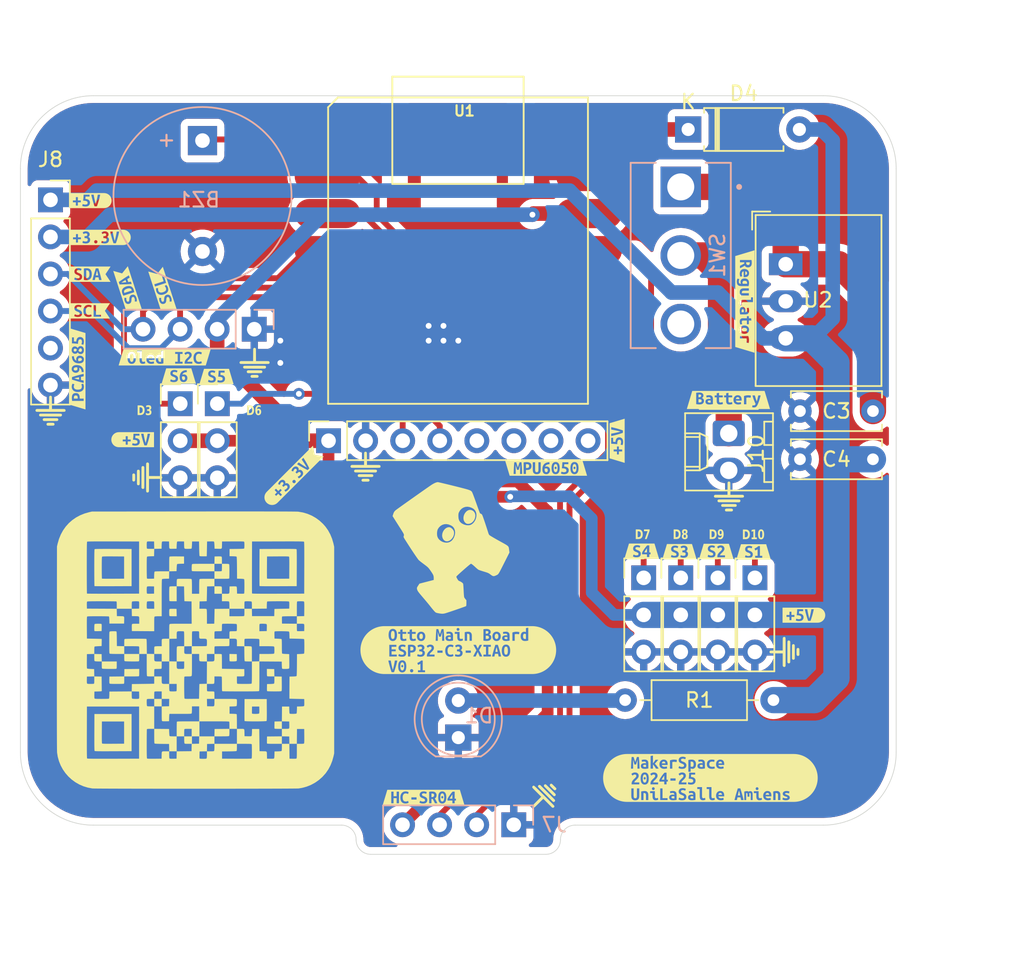
<source format=kicad_pcb>
(kicad_pcb (version 20240108) (generator "pcbnew") (generator_version "8.0")
  (title_block (title "PCB - Otto Lite version") (date "2025-01-21") (rev "1.0") (company "UniLaSalle Amiens - MakerSpace") (comment 1 "Adrien BRACQ & Rémi LACOMBE") (comment 2 "https://makerspace-amiens.fr/otto-mks") (comment 3 "https://github.com/Makerspace-Amiens/otto-mks"))
  (layers (0 "F.Cu" signal "Front") (31 "B.Cu" signal "Back") (34 "B.Paste" user) (35 "F.Paste" user) (36 "B.SilkS" user "B.Silkscreen") (37 "F.SilkS" user "F.Silkscreen") (38 "B.Mask" user) (39 "F.Mask" user) (44 "Edge.Cuts" user))
  (net 0 "")
  (net 1 "GND")
  (net 2 "Net-(D1-A)")
  (net 3 "+5V")
  (net 4 "Buzzer")
  (net 5 "Servo-1")
  (net 6 "Servo-2")
  (net 7 "Servo-3")
  (net 8 "Servo-4")
  (net 9 "Servo-5")
  (net 11 "+3.3V")
  (net 12 "Echo")
  (net 13 "Trig")
  (net 14 "SCL")
  (net 15 "SDA")
  (net 17 "+BATT")
  (net 19 "Net-(J10-Pin_1)")
  (net 20 "Net-(D4-K)")
  (net 24 "Servo-6")
  (footprint "LOGO" (layer "F.Cu") (at 45.488899 90.613801)
    (property "Reference" "G***" (hide yes))
    (property "Value" "LOGO" (hide yes))
  )
  (footprint "LOGO" (layer "F.Cu") (at 95.778346 107.144 90)
    (property "Reference" "G***" (hide yes))
    (property "Value" "LOGO" (hide yes))
  )
  (footprint "kibuzzard-66E45B85" (layer "F.Cu") (at 56.860973 88.261399)
    (property "Reference" "kibuzzard-66E45B85" (hide yes))
    (property "Value" "G***" (hide yes))
  )
  (footprint "kibuzzard-66E45BBF" (layer "F.Cu") (at 48.874136 78.729663)
    (property "Reference" "kibuzzard-66E45BBF" (hide yes))
    (property "Value" "G***" (hide yes))
  )
  (footprint "Connector_PinHeader_2.54mm:PinHeader_1x03_P2.54mm_Vertical" (layer "F.Cu") (at 56.916346 90.126)
    (property "Reference" "J5" (hide yes))
    (property "Value" "Conn_01x03")
    (pad "1" thru_hole rect (at 0 0) (size 1.7 1.7) (drill 1) (layers "*.Cu" "*.Mask") (net 9 "Servo-5"))
    (pad "2" thru_hole oval (at 0 2.54) (size 1.7 1.7) (drill 1) (layers "*.Cu" "*.Mask") (net 3 "+5V"))
    (pad "3" thru_hole oval (at 0 5.08) (size 1.7 1.7) (drill 1) (layers "*.Cu" "*.Mask") (net 1 "GND"))
  )
  (footprint "Connector_PinSocket_2.54mm:PinSocket_1x06_P2.54mm_Vertical" (layer "F.Cu") (at 45.486346 76.156)
    (property "Reference" "J8" (at 0 -2.77 0) (layer "F.SilkS"))
    (property "Value" "PCA9685")
    (pad "1" thru_hole rect (at 0 0) (size 1.7 1.7) (drill 1) (layers "*.Cu" "*.Mask") (net 3 "+5V"))
    (pad "2" thru_hole oval (at 0 2.54) (size 1.7 1.7) (drill 1) (layers "*.Cu" "*.Mask") (net 11 "+3.3V"))
    (pad "3" thru_hole oval (at 0 5.08) (size 1.7 1.7) (drill 1) (layers "*.Cu" "*.Mask") (net 15 "SDA"))
    (pad "4" thru_hole oval (at 0 7.62) (size 1.7 1.7) (drill 1) (layers "*.Cu" "*.Mask") (net 14 "SCL"))
    (pad "5" thru_hole oval (at 0 10.16) (size 1.7 1.7) (drill 1) (layers "*.Cu" "*.Mask"))
    (pad "6" thru_hole oval (at 0 12.7) (size 1.7 1.7) (drill 1) (layers "*.Cu" "*.Mask") (net 1 "GND"))
  )
  (footprint "kibuzzard-66E45B4D" (layer "F.Cu") (at 91.101983 100.254656)
    (property "Reference" "kibuzzard-66E45B4D" (hide yes))
    (property "Value" "G***" (hide yes))
  )
  (footprint "kibuzzard-67654523" (layer "F.Cu") (at 53.153244 82.348584 108)
    (property "Reference" "kibuzzard-67654523" (hide yes))
    (property "Value" "G***" (hide yes))
  )
  (footprint "kibuzzard-66E45AAF" (layer "F.Cu") (at 91.932187 89.87262)
    (property "Reference" "kibuzzard-66E45AAF" (hide yes))
    (property "Value" "G***" (hide yes))
  )
  (footprint "kibuzzard-66E46157" (layer "F.Cu") (at 71.048312 117.117932)
    (property "Reference" "kibuzzard-66E46157" (hide yes))
    (property "Value" "G***" (hide yes))
  )
  (footprint "Diode_THT:D_A-405_P7.62mm_Horizontal" (layer "F.Cu") (at 89.174346 71.33)
    (property "Reference" "D4" (at 3.81 -2.47 0) (layer "F.SilkS"))
    (property "Value" "D_Schottky")
    (fp_text user "K" (at 0 -1.9 0) (layer "F.SilkS"))
    (pad "1" thru_hole rect (at 0 0) (size 1.8 1.8) (drill 0.9) (layers "*.Cu" "*.Mask") (net 20 "Net-(D4-K)"))
    (pad "2" thru_hole oval (at 7.62 0) (size 1.8 1.8) (drill 0.9) (layers "*.Cu" "*.Mask") (net 3 "+5V"))
  )
  (footprint "Connector_PinHeader_2.54mm:PinHeader_1x03_P2.54mm_Vertical" (layer "F.Cu") (at 86.126346 102.064)
    (property "Reference" "J4" (hide yes))
    (property "Value" "Conn_01x03")
    (pad "1" thru_hole rect (at 0 0) (size 1.7 1.7) (drill 1) (layers "*.Cu" "*.Mask") (net 8 "Servo-4"))
    (pad "2" thru_hole oval (at 0 2.54) (size 1.7 1.7) (drill 1) (layers "*.Cu" "*.Mask") (net 3 "+5V"))
    (pad "3" thru_hole oval (at 0 5.08) (size 1.7 1.7) (drill 1) (layers "*.Cu" "*.Mask") (net 1 "GND"))
  )
  (footprint "Capacitor_THT:C_Disc_D6.0mm_W2.5mm_P5.00mm" (layer "F.Cu") (at 101.834346 90.634 180)
    (property "Reference" "C3" (at 2.5 0 0) (layer "F.SilkS"))
    (property "Value" "C_Small")
    (pad "1" thru_hole circle (at 0 0 180) (size 1.6 1.6) (drill 0.8) (layers "*.Cu" "*.Mask") (net 17 "+BATT"))
    (pad "2" thru_hole circle (at 5 0 180) (size 1.6 1.6) (drill 0.8) (layers "*.Cu" "*.Mask") (net 1 "GND"))
  )
  (footprint "kibuzzard-66E460BA" (layer "F.Cu") (at 47.358293 87.745117 90)
    (property "Reference" "kibuzzard-66E460BA" (hide yes))
    (property "Value" "G***" (hide yes))
  )
  (footprint "Resistor_THT:R_Axial_DIN0207_L6.3mm_D2.5mm_P10.16mm_Horizontal" (layer "F.Cu") (at 95.016346 110.446 180)
    (property "Reference" "R1" (at 5.08 0 0) (layer "F.SilkS"))
    (property "Value" "R_Small")
    (pad "1" thru_hole circle (at 0 0 180) (size 1.6 1.6) (drill 0.8) (layers "*.Cu" "*.Mask") (net 3 "+5V"))
    (pad "2" thru_hole oval (at 10.16 0 180) (size 1.6 1.6) (drill 0.8) (layers "*.Cu" "*.Mask") (net 2 "Net-(D1-A)"))
  )
  (footprint "kibuzzard-6765454D" (layer "F.Cu") (at 51.116339 92.594529)
    (property "Reference" "kibuzzard-6765454D" (hide yes))
    (property "Value" "G***" (hide yes))
  )
  (footprint "kibuzzard-66E45B47" (layer "F.Cu") (at 88.578815 100.270328)
    (property "Reference" "kibuzzard-66E45B47" (hide yes))
    (property "Value" "G***" (hide yes))
  )
  (footprint "Connector_PinHeader_2.54mm:PinHeader_1x03_P2.54mm_Vertical" (layer "F.Cu") (at 54.376346 90.126)
    (property "Reference" "J6" (hide yes))
    (property "Value" "Conn_01x03")
    (pad "1" thru_hole rect (at 0 0) (size 1.7 1.7) (drill 1) (layers "*.Cu" "*.Mask") (net 24 "Servo-6"))
    (pad "2" thru_hole oval (at 0 2.54) (size 1.7 1.7) (drill 1) (layers "*.Cu" "*.Mask") (net 3 "+5V"))
    (pad "3" thru_hole oval (at 0 5.08) (size 1.7 1.7) (drill 1) (layers "*.Cu" "*.Mask") (net 1 "GND"))
  )
  (footprint "Connector_Molex:Molex_KK-254_AE-6410-02A_1x02_P2.54mm_Vertical" (layer "F.Cu") (at 91.955312 92.158 -90)
    (property "Reference" "J10" (at 1.387 -1.877 90) (layer "F.SilkS"))
    (property "Value" "Conn_01x02")
    (pad "1" thru_hole roundrect (at 0 0 270) (size 1.74 2.19) (drill 1.19) (layers "*.Cu" "*.Mask") (roundrect_rratio 0.143678) (net 19 "Net-(J10-Pin_1)"))
    (pad "2" thru_hole oval (at 2.54 0 270) (size 1.74 2.19) (drill 1.19) (layers "*.Cu" "*.Mask") (net 1 "GND"))
  )
  (footprint "Converter_DCDC:Converter_DCDC_RECOM_R-78E-0.5_THT" (layer "F.Cu") (at 95.856846 80.567 -90)
    (property "Reference" "U2" (at 2.447 -2.2075 180) (layer "F.SilkS"))
    (property "Value" "R-78E5.0-1.0")
    (pad "1" thru_hole rect (at 0 0 270) (size 1.5 2.3) (drill 1) (layers "*.Cu" "*.Mask") (net 17 "+BATT"))
    (pad "2" thru_hole oval (at 2.54 0 270) (size 1.5 2.3) (drill 1) (layers "*.Cu" "*.Mask") (net 1 "GND"))
    (pad "3" thru_hole oval (at 5.079999 0 270) (size 1.5 2.3) (drill 1) (layers "*.Cu" "*.Mask") (net 3 "+5V"))
  )
  (footprint "kibuzzard-66E45BE1" (layer "F.Cu") (at 48.223696 81.250395)
    (property "Reference" "kibuzzard-66E45BE1" (hide yes))
    (property "Value" "G***" (hide yes))
  )
  (footprint "LOGO" (layer "F.Cu") (at 91.968346 96.495916)
    (property "Reference" "G***" (hide yes))
    (property "Value" "LOGO" (hide yes))
  )
  (footprint "kibuzzard-66E45BAB" (layer "F.Cu") (at 97.104506 104.623291)
    (property "Reference" "kibuzzard-66E45BAB" (hide yes))
    (property "Value" "G***" (hide yes))
  )
  (footprint "Connector_PinHeader_2.54mm:PinHeader_1x03_P2.54mm_Vertical" (layer "F.Cu") (at 91.206346 102.064)
    (property "Reference" "J2" (hide yes))
    (property "Value" "Conn_01x03")
    (pad "1" thru_hole rect (at 0 0) (size 1.7 1.7) (drill 1) (layers "*.Cu" "*.Mask") (net 6 "Servo-2"))
    (pad "2" thru_hole oval (at 0 2.54) (size 1.7 1.7) (drill 1) (layers "*.Cu" "*.Mask") (net 3 "+5V"))
    (pad "3" thru_hole oval (at 0 5.08) (size 1.7 1.7) (drill 1) (layers "*.Cu" "*.Mask") (net 1 "GND"))
  )
  (footprint "Connector_PinHeader_2.54mm:PinHeader_1x03_P2.54mm_Vertical" (layer "F.Cu") (at 88.666346 102.064)
    (property "Reference" "J3" (hide yes))
    (property "Value" "Conn_01x03")
    (pad "1" thru_hole rect (at 0 0) (size 1.7 1.7) (drill 1) (layers "*.Cu" "*.Mask") (net 7 "Servo-3"))
    (pad "2" thru_hole oval (at 0 2.54) (size 1.7 1.7) (drill 1) (layers "*.Cu" "*.Mask") (net 3 "+5V"))
    (pad "3" thru_hole oval (at 0 5.08) (size 1.7 1.7) (drill 1) (layers "*.Cu" "*.Mask") (net 1 "GND"))
  )
  (footprint "kibuzzard-6765451E" (layer "F.Cu") (at 50.760674 82.327688 108)
    (property "Reference" "kibuzzard-6765451E" (hide yes))
    (property "Value" "G***" (hide yes))
  )
  (footprint "LOGO" (layer "F.Cu") (at 59.468192 87.332)
    (property "Reference" "G***" (hide yes))
    (property "Value" "LOGO" (hide yes))
  )
  (footprint "LOGO" (layer "F.Cu") (at 72.918346 100.016)
    (property "Reference" "G***" (hide yes))
    (property "Value" "LOGO" (hide yes))
  )
  (footprint "Connector_PinHeader_2.54mm:PinHeader_1x03_P2.54mm_Vertical" (layer "F.Cu") (at 93.746346 102.064)
    (property "Reference" "J1" (hide yes))
    (property "Value" "Conn_01x03")
    (pad "1" thru_hole rect (at 0 0) (size 1.7 1.7) (drill 1) (layers "*.Cu" "*.Mask") (net 5 "Servo-1"))
    (pad "2" thru_hole oval (at 0 2.54) (size 1.7 1.7) (drill 1) (layers "*.Cu" "*.Mask") (net 3 "+5V"))
    (pad "3" thru_hole oval (at 0 5.08) (size 1.7 1.7) (drill 1) (layers "*.Cu" "*.Mask") (net 1 "GND"))
  )
  (footprint "LOGO" (layer "F.Cu") (at 67.07018 94.451378)
    (property "Reference" "G***" (hide yes))
    (property "Value" "LOGO" (hide yes))
  )
  (footprint "xiao ESP32C3_PCB:MOUDLE14P-SMD-2.54-21X17.8MM" (layer "F.Cu") (at 64.508846 90.13525)
    (property "Reference" "U1" (at 9.3345 -20.07525 0) (layer "F.SilkS") (effects (font (size 0.7 0.7))))
    (property "Value" "MOUDLE-SEEEDUINO-XIAO-ESP32C3")
    (pad "1" smd roundrect (at 0.835 -18.12) (size 4.5 2) (drill (offset -0.875 0)) (layers "F.Cu" "F.Paste" "F.Mask") (roundrect_rratio 0.5) (net 4 "Buzzer"))
    (pad "2" smd roundrect (at 0.835 -15.58) (size 4.5 2) (drill (offset -0.875 0)) (layers "F.Cu" "F.Paste" "F.Mask") (roundrect_rratio 0.5) (net 12 "Echo"))
    (pad "3" smd roundrect (at 0.835 -13.04) (size 4.5 2) (drill (offset -0.875 0)) (layers "F.Cu" "F.Paste" "F.Mask") (roundrect_rratio 0.5) (net 13 "Trig"))
    (pad "4" smd roundrect (at 0.835 -10.5) (size 4.5 2) (drill (offset -0.875 0)) (layers "F.Cu" "F.Paste" "F.Mask") (roundrect_rratio 0.5) (net 24 "Servo-6"))
    (pad "5" smd roundrect (at 0.835 -7.96) (size 4.5 2) (drill (offset -0.875 0)) (layers "F.Cu" "F.Paste" "F.Mask") (roundrect_rratio 0.5) (net 15 "SDA"))
    (pad "6" smd roundrect (at 0.835 -5.42) (size 4.5 2) (drill (offset -0.875 0)) (layers "F.Cu" "F.Paste" "F.Mask") (roundrect_rratio 0.5) (net 14 "SCL"))
    (pad "7" smd roundrect (at 0.835 -2.88) (size 4.5 2) (drill (offset -0.875 0)) (layers "F.Cu" "F.Paste" "F.Mask") (roundrect_rratio 0.5) (net 9 "Servo-5"))
    (pad "8" smd roundrect (at 17 -2.88) (size 4.5 2) (drill (offset 0.875 0)) (layers "F.Cu" "F.Paste" "F.Mask") (roundrect_rratio 0.5) (net 8 "Servo-4"))
    (pad "9" smd roundrect (at 17 -5.42) (size 4.5 2) (drill (offset 0.875 0)) (layers "F.Cu" "F.Paste" "F.Mask") (roundrect_rratio 0.5) (net 7 "Servo-3"))
    (pad "10" smd roundrect (at 17 -7.96) (size 4.5 2) (drill (offset 0.875 0)) (layers "F.Cu" "F.Paste" "F.Mask") (roundrect_rratio 0.5) (net 6 "Servo-2"))
    (pad "11" smd roundrect (at 17 -10.5) (size 4.5 2) (drill (offset 0.875 0)) (layers "F.Cu" "F.Paste" "F.Mask") (roundrect_rratio 0.5) (net 5 "Servo-1"))
    (pad "12" smd roundrect (at 17 -13.04) (size 4.5 2) (drill (offset 0.875 0)) (layers "F.Cu" "F.Paste" "F.Mask") (roundrect_rratio 0.5) (net 11 "+3.3V"))
    (pad "13" smd roundrect (at 17 -15.58) (size 4.5 2) (drill (offset 0.875 0)) (layers "F.Cu" "F.Paste" "F.Mask") (roundrect_rratio 0.5) (net 1 "GND"))
    (pad "14" smd roundrect (at 17 -18.12) (size 4.5 2) (drill (offset 0.875 0)) (layers "F.Cu" "F.Paste" "F.Mask") (roundrect_rratio 0.5) (net 20 "Net-(D4-K)"))
    (zone (net 0) (net_name "") (layer "F.Cu") (connect_pads (clearance 0)) (min_thickness 0.01)
      (keepout (tracks not_allowed) (vias not_allowed) (pads not_allowed) (copperpour not_allowed) (footprints allowed))
      (fill (thermal_gap 0.508) (thermal_bridge_width 0.508))
      (polygon (pts (xy 68.191846 69.05325) (xy 69.969846 69.05325) (xy 69.969846 71.72025) (xy 68.191846 71.72025)))
    )
    (zone (net 0) (net_name "") (layer "F.Cu") (connect_pads (clearance 0)) (min_thickness 0.01)
      (keepout (tracks not_allowed) (vias not_allowed) (pads not_allowed) (copperpour not_allowed) (footprints allowed))
      (fill (thermal_gap 0.508) (thermal_bridge_width 0.508))
      (polygon (pts (xy 68.191846 73.11725) (xy 69.969846 73.11725) (xy 69.969846 75.78425) (xy 68.191846 75.78425)))
    )
    (zone (net 0) (net_name "") (layer "F.Cu") (connect_pads (clearance 0)) (min_thickness 0.01)
      (keepout (tracks not_allowed) (vias not_allowed) (pads not_allowed) (copperpour not_allowed) (footprints allowed))
      (fill (thermal_gap 0.508) (thermal_bridge_width 0.508))
      (polygon (pts (xy 70.858846 69.81525) (xy 76.065846 69.81525) (xy 76.065846 76.80025) (xy 70.858846 76.80025)))
    )
    (zone (net 0) (net_name "") (layer "F.Cu") (connect_pads (clearance 0)) (min_thickness 0.01)
      (keepout (tracks not_allowed) (vias not_allowed) (pads not_allowed) (copperpour not_allowed) (footprints allowed))
      (fill (thermal_gap 0.508) (thermal_bridge_width 0.508))
      (polygon (pts (xy 76.827846 69.05325) (xy 78.605846 69.05325) (xy 78.605846 71.72025) (xy 76.827846 71.72025)))
    )
    (zone (net 0) (net_name "") (layer "F.Cu") (connect_pads (clearance 0)) (min_thickness 0.01)
      (keepout (tracks not_allowed) (vias not_allowed) (pads not_allowed) (copperpour not_allowed) (footprints allowed))
      (fill (thermal_gap 0.508) (thermal_bridge_width 0.508))
      (polygon (pts (xy 76.827846 73.11725) (xy 78.605846 73.11725) (xy 78.605846 75.78425) (xy 76.827846 75.78425)))
    )
  )
  (footprint "kibuzzard-66E45BF0" (layer "F.Cu") (at 48.2028 83.764856)
    (property "Reference" "kibuzzard-66E45BF0" (hide yes))
    (property "Value" "G***" (hide yes))
  )
  (footprint "kibuzzard-66E460A4" (layer "F.Cu") (at 53.309684 86.942462)
    (property "Reference" "kibuzzard-66E460A4" (hide yes))
    (property "Value" "G***" (hide yes))
  )
  (footprint "kibuzzard-66E45BAB" (layer "F.Cu") (at 48.215918 76.206494)
    (property "Reference" "kibuzzard-66E45BAB" (hide yes))
    (property "Value" "G***" (hide yes))
  )
  (footprint "kibuzzard-6707CF99" (layer "F.Cu") (at 73.426346 107.016)
    (property "Reference" "kibuzzard-6707CF99" (hide yes))
    (property "Value" "G***" (hide yes))
  )
  (footprint "LOGO" (layer "F.Cu") (at 79.268346 117.05 135)
    (property "Reference" "G***" (hide yes))
    (property "Value" "LOGO" (hide yes))
  )
  (footprint "LOGO" (layer "F.Cu") (at 55.426346 107.016)
    (property "Reference" "G***" (hide yes))
    (property "Value" "LOGO" (hide yes))
  )
  (footprint "kibuzzard-66E45B8A" (layer "F.Cu") (at 54.275117 88.230055)
    (property "Reference" "kibuzzard-66E45B8A" (hide yes))
    (property "Value" "G***" (hide yes))
  )
  (footprint "kibuzzard-67654588" (layer "F.Cu") (at 62.06781 95.146925 45)
    (property "Reference" "kibuzzard-67654588" (hide yes))
    (property "Value" "G***" (hide yes))
  )
  (footprint "kibuzzard-66E460D9" (layer "F.Cu") (at 79.440035 94.541884)
    (property "Reference" "kibuzzard-66E460D9" (hide yes))
    (property "Value" "G***" (hide yes))
  )
  (footprint "Connector_PinSocket_2.54mm:PinSocket_1x08_P2.54mm_Vertical" (layer "F.Cu") (at 64.536345 92.666 90)
    (property "Reference" "J13" (hide yes))
    (property "Value" "MPU6050")
    (pad "1" thru_hole rect (at 0 0 90) (size 1.7 1.7) (drill 1) (layers "*.Cu" "*.Mask") (net 11 "+3.3V"))
    (pad "2" thru_hole oval (at 0 2.54 90) (size 1.7 1.7) (drill 1) (layers "*.Cu" "*.Mask") (net 1 "GND"))
    (pad "3" thru_hole oval (at 0 5.079999 90) (size 1.7 1.7) (drill 1) (layers "*.Cu" "*.Mask") (net 14 "SCL"))
    (pad "4" thru_hole oval (at 0 7.62 90) (size 1.7 1.7) (drill 1) (layers "*.Cu" "*.Mask") (net 15 "SDA"))
    (pad "5" thru_hole oval (at 0 10.16 90) (size 1.7 1.7) (drill 1) (layers "*.Cu" "*.Mask"))
    (pad "6" thru_hole oval (at 0 12.7 90) (size 1.7 1.7) (drill 1) (layers "*.Cu" "*.Mask"))
    (pad "7" thru_hole oval (at 0 15.24 90) (size 1.7 1.7) (drill 1) (layers "*.Cu" "*.Mask"))
    (pad "8" thru_hole oval (at 0 17.780001 90) (size 1.7 1.7) (drill 1) (layers "*.Cu" "*.Mask"))
  )
  (footprint "kibuzzard-6707CFA2" (layer "F.Cu") (at 90.698346 115.78)
    (property "Reference" "kibuzzard-6707CFA2" (hide yes))
    (property "Value" "G***" (hide yes))
  )
  (footprint "kibuzzard-676543B8" (layer "F.Cu") (at 85.992959 100.238984)
    (property "Reference" "kibuzzard-676543B8" (hide yes))
    (property "Value" "G***" (hide yes))
  )
  (footprint "kibuzzard-66E45B51" (layer "F.Cu") (at 93.656496 100.286)
    (property "Reference" "kibuzzard-66E45B51" (hide yes))
    (property "Value" "G***" (hide yes))
  )
  (footprint "kibuzzard-6707C6B3" (layer "F.Cu") (at 93.059727 83.123135 -90)
    (property "Reference" "kibuzzard-6707C6B3" (hide yes))
    (property "Value" "G***" (hide yes))
  )
  (footprint "kibuzzard-66E45B15" (layer "F.Cu") (at 84.30957 92.66925 90)
    (property "Reference" "kibuzzard-66E45B15" (hide yes))
    (property "Value" "G***" (hide yes))
  )
  (footprint "LOGO" (layer "F.Cu") (at 52.110089 95.18445 -90)
    (property "Reference" "G***" (hide yes))
    (property "Value" "LOGO" (hide yes))
  )
  (footprint "Capacitor_THT:C_Disc_D6.0mm_W2.5mm_P5.00mm" (layer "F.Cu") (at 101.834346 93.936 180)
    (property "Reference" "C4" (at 2.5 0 0) (layer "F.SilkS"))
    (property "Value" "C_Small")
    (pad "1" thru_hole circle (at 0 0 180) (size 1.6 1.6) (drill 0.8) (layers "*.Cu" "*.Mask") (net 3 "+5V"))
    (pad "2" thru_hole circle (at 5 0 180) (size 1.6 1.6) (drill 0.8) (layers "*.Cu" "*.Mask") (net 1 "GND"))
  )
  (footprint "LED_THT:LED_D5.0mm" (layer "B.Cu") (at 73.426346 113.016 90)
    (property "Reference" "D1" (at 1.501993 1.41302 180) (layer "B.SilkS") (effects (justify mirror)))
    (property "Value" "LED_Small")
    (pad "1" thru_hole rect (at 0 0 90) (size 1.8 1.8) (drill 0.9) (layers "*.Cu" "*.Mask") (net 1 "GND"))
    (pad "2" thru_hole circle (at 2.54 0 90) (size 1.8 1.8) (drill 0.9) (layers "*.Cu" "*.Mask") (net 2 "Net-(D1-A)"))
  )
  (footprint "Connector_PinSocket_2.54mm:PinSocket_1x04_P2.54mm_Vertical" (layer "B.Cu") (at 59.446346 85.021 90)
    (property "Reference" "J12" (hide yes))
    (property "Value" "OLED 0,91\" - I2C (SKU21796)")
    (pad "1" thru_hole rect (at 0 0 90) (size 1.7 1.7) (drill 1) (layers "*.Cu" "*.Mask") (net 1 "GND"))
    (pad "2" thru_hole oval (at 0 -2.54 90) (size 1.7 1.7) (drill 1) (layers "*.Cu" "*.Mask") (net 11 "+3.3V"))
    (pad "3" thru_hole oval (at 0 -5.079999 90) (size 1.7 1.7) (drill 1) (layers "*.Cu" "*.Mask") (net 14 "SCL"))
    (pad "4" thru_hole oval (at 0 -7.62 90) (size 1.7 1.7) (drill 1) (layers "*.Cu" "*.Mask") (net 15 "SDA"))
  )
  (footprint "Connector_PinSocket_2.54mm:PinSocket_1x04_P2.54mm_Vertical" (layer "B.Cu") (at 77.226346 118.991 90)
    (property "Reference" "J7" (at 0 2.77 180) (layer "B.SilkS") (effects (justify mirror)))
    (property "Value" "Ultrasonic sensor")
    (pad "1" thru_hole rect (at 0 0 90) (size 1.7 1.7) (drill 1) (layers "*.Cu" "*.Mask") (net 1 "GND"))
    (pad "2" thru_hole oval (at 0 -2.54 90) (size 1.7 1.7) (drill 1) (layers "*.Cu" "*.Mask") (net 12 "Echo"))
    (pad "3" thru_hole oval (at 0 -5.08 90) (size 1.7 1.7) (drill 1) (layers "*.Cu" "*.Mask") (net 13 "Trig"))
    (pad "4" thru_hole oval (at 0 -7.62 90) (size 1.7 1.7) (drill 1) (layers "*.Cu" "*.Mask") (net 11 "+3.3V"))
  )
  (footprint "100SP1T1B4M2QE:SW_100SP1T1B4M2QE" (layer "B.Cu") (at 88.666346 79.966 180)
    (property "Reference" "SW1" (at -2.520497 0.013582 -90) (layer "B.SilkS") (effects (justify mirror)))
    (property "Value" "SW_SPDT")
    (pad "1" thru_hole rect (at 0 4.7 180) (size 2.775 2.775) (drill 1.85) (layers "*.Cu" "*.Mask") (net 17 "+BATT"))
    (pad "2" thru_hole circle (at 0 0 180) (size 2.775 2.775) (drill 1.85) (layers "*.Cu" "*.Mask") (net 19 "Net-(J10-Pin_1)"))
    (pad "3" thru_hole circle (at 0 -4.7 180) (size 2.775 2.775) (drill 1.85) (layers "*.Cu" "*.Mask"))
  )
  (footprint "Buzzer_Beeper:Buzzer_12x9.5RM7.6" (layer "B.Cu") (at 55.900346 72.092 -90)
    (property "Reference" "BZ1" (at 4.064 0.254 180) (layer "B.SilkS") (effects (justify mirror)))
    (property "Value" "Buzzer")
    (fp_text user "+" (at -0.01 2.54 90) (layer "B.SilkS") (effects (justify mirror)))
    (pad "1" thru_hole rect (at 0 0 270) (size 2 2) (drill 1) (layers "*.Cu" "*.Mask") (net 4 "Buzzer"))
    (pad "2" thru_hole circle (at 7.6 0 270) (size 2 2) (drill 1) (layers "*.Cu" "*.Mask") (net 1 "GND"))
  )
  (gr_line (start 67.426346 121.016) (end 79.426346 121.016) (stroke (width 0.05)) (layer "Edge.Cuts"))
  (gr_line (start 43.426346 114.016) (end 43.426346 74.016) (stroke (width 0.05)) (layer "Edge.Cuts"))
  (gr_arc (start 67.426346 121.016) (mid 66.719239 120.723107) (end 66.426346 120.016) (stroke (width 0.05)) (layer "Edge.Cuts"))
  (gr_line (start 65.426346 119.016) (end 48.426346 119.016) (stroke (width 0.05)) (layer "Edge.Cuts"))
  (gr_arc (start 98.426346 69.016) (mid 101.96188 70.480466) (end 103.426346 74.016) (stroke (width 0.05)) (layer "Edge.Cuts"))
  (gr_arc (start 43.426346 74.016) (mid 44.890812 70.480466) (end 48.426346 69.016) (stroke (width 0.05)) (layer "Edge.Cuts"))
  (gr_line (start 103.426346 74.016) (end 103.426346 114.016) (stroke (width 0.05)) (layer "Edge.Cuts"))
  (gr_line (start 48.426346 69.016) (end 98.426346 69.016) (stroke (width 0.05)) (layer "Edge.Cuts"))
  (gr_arc (start 80.426346 120.016) (mid 80.719239 119.308893) (end 81.426346 119.016) (stroke (width 0.05)) (layer "Edge.Cuts"))
  (gr_arc (start 80.426346 120.016) (mid 80.133453 120.723107) (end 79.426346 121.016) (stroke (width 0.05)) (layer "Edge.Cuts"))
  (gr_arc (start 103.426346 114.016) (mid 101.96188 117.551534) (end 98.426346 119.016) (stroke (width 0.05)) (layer "Edge.Cuts"))
  (gr_arc (start 48.426346 119.016) (mid 44.890812 117.551534) (end 43.426346 114.016) (stroke (width 0.05)) (layer "Edge.Cuts"))
  (gr_arc (start 65.426346 119.016) (mid 66.133453 119.308893) (end 66.426346 120.016) (stroke (width 0.05)) (layer "Edge.Cuts"))
  (gr_line (start 81.426346 119.016) (end 98.426346 119.016) (stroke (width 0.05)) (layer "Edge.Cuts"))
  (gr_text "D6" (at 59.426346 91.016 0) (layer "F.SilkS") (effects (font (size 0.65 0.5) (thickness 0.12) (bold yes)) (justify bottom)))
  (gr_text "D3" (at 51.926346 91.016 0) (layer "F.SilkS") (effects (font (size 0.65 0.5) (thickness 0.12) (bold yes)) (justify bottom)))
  (gr_text "D8" (at 88.651704 99.516 0) (layer "F.SilkS") (effects (font (size 0.65 0.5) (thickness 0.12) (bold yes)) (justify bottom)))
  (gr_text "D9" (at 91.117464 99.516 0) (layer "F.SilkS") (effects (font (size 0.65 0.5) (thickness 0.12) (bold yes)) (justify bottom)))
  (gr_text "D10" (at 93.637776 99.52503 0) (layer "F.SilkS") (effects (font (size 0.65 0.5) (thickness 0.12) (bold yes)) (justify bottom)))
  (gr_text "D7" (at 86.055019 99.516 0) (layer "F.SilkS") (effects (font (size 0.65 0.5) (thickness 0.12) (bold yes)) (justify bottom)))
  (via (at 72.410346 85.808) (size 0.8) (drill 0.4) (layers "F.Cu" "B.Cu") (net 1))
  (via (at 72.410346 84.792) (size 0.8) (drill 0.4) (layers "F.Cu" "B.Cu") (net 1))
  (via (at 71.394346 85.808) (size 0.8) (drill 0.4) (layers "F.Cu" "B.Cu") (net 1))
  (via (at 73.426346 85.808) (size 0.8) (drill 0.4) (layers "F.Cu" "B.Cu") (net 1))
  (via (at 61.234346 85.808) (size 0.8) (drill 0.4) (layers "F.Cu" "B.Cu") (net 1))
  (via (at 71.394346 84.792) (size 0.8) (drill 0.4) (layers "F.Cu" "B.Cu") (net 1))
  (via (at 61.234346 87.332) (size 0.8) (drill 0.4) (layers "F.Cu" "B.Cu") (net 1))
  (segment (start 84.826346 110.476) (end 84.856346 110.446) (width 1) (layer "B.Cu") (net 2))
  (segment (start 73.426346 110.476) (end 84.826346 110.476) (width 1) (layer "B.Cu") (net 2))
  (segment (start 65.23 96.51) (end 61.386 92.666) (width 0.8) (layer "F.Cu") (net 3))
  (segment (start 54.376346 92.666) (end 56.916346 92.666) (width 1) (layer "F.Cu") (net 3))
  (segment (start 76.982346 96.51) (end 65.23 96.51) (width 0.8) (layer "F.Cu") (net 3))
  (segment (start 61.386 92.666) (end 56.916346 92.666) (width 0.8) (layer "F.Cu") (net 3))
  (via (at 76.982346 96.51) (size 0.8) (drill 0.4) (layers "F.Cu" "B.Cu") (net 3))
  (segment (start 88.666346 104.604) (end 91.206346 104.604) (width 1.8) (layer "B.Cu") (net 3))
  (segment (start 82.570346 103.08) (end 84.094346 104.604) (width 0.8) (layer "B.Cu") (net 3))
  (segment (start 99.334346 104.604) (end 93.746346 104.604) (width 1.8) (layer "B.Cu") (net 3))
  (segment (start 99.334346 91.142) (end 99.334346 87.332) (width 1.8) (layer "B.Cu") (net 3))
  (segment (start 81.046346 75.521) (end 88.031345 82.505999) (width 1) (layer "B.Cu") (net 3))
  (segment (start 48.026346 76.156) (end 48.661346 75.521) (width 1) (layer "B.Cu") (net 3))
  (segment (start 91.206346 104.604) (end 93.746346 104.604) (width 1.8) (layer "B.Cu") (net 3))
  (segment (start 101.834346 93.936) (end 99.334346 93.936) (width 1.8) (layer "B.Cu") (net 3))
  (segment (start 82.570346 98) (end 82.570346 103.08) (width 0.8) (layer "B.Cu") (net 3))
  (segment (start 95.856846 85.646999) (end 97.717347 85.646999) (width 1) (layer "B.Cu") (net 3))
  (segment (start 88.031345 82.505999) (end 91.206345 82.505999) (width 1) (layer "B.Cu") (net 3))
  (segment (start 99.334346 103.08) (end 99.334346 104.604) (width 1.8) (layer "B.Cu") (net 3))
  (segment (start 45.486346 76.156) (end 48.026346 76.156) (width 1) (layer "B.Cu") (net 3))
  (segment (start 97.717347 85.646999) (end 99.080346 84.284) (width 1) (layer "B.Cu") (net 3))
  (segment (start 99.080346 72.092) (end 98.318346 71.33) (width 1) (layer "B.Cu") (net 3))
  (segment (start 84.094346 104.604) (end 86.126346 104.604) (width 0.8) (layer "B.Cu") (net 3))
  (segment (start 99.334346 108.922) (end 99.334346 103.08) (width 1.8) (layer "B.Cu") (net 3))
  (segment (start 98.318346 71.33) (end 96.794346 71.33) (width 1) (layer "B.Cu") (net 3))
  (segment (start 94.347345 85.646999) (end 95.856846 85.646999) (width 1) (layer "B.Cu") (net 3))
  (segment (start 81.046346 96.476) (end 82.570346 98) (width 0.8) (layer "B.Cu") (net 3))
  (segment (start 91.206345 82.505999) (end 94.347345 85.646999) (width 1) (layer "B.Cu") (net 3))
  (segment (start 99.334346 93.174) (end 99.334346 91.142) (width 1.8) (layer "B.Cu") (net 3))
  (segment (start 48.661346 75.521) (end 81.046346 75.521) (width 1) (layer "B.Cu") (net 3))
  (segment (start 97.810346 110.446) (end 99.334346 108.922) (width 1.8) (layer "B.Cu") (net 3))
  (segment (start 95.016346 110.446) (end 97.810346 110.446) (width 1.8) (layer "B.Cu") (net 3))
  (segment (start 76.982346 96.51) (end 77.016346 96.476) (width 0.8) (layer "B.Cu") (net 3))
  (segment (start 86.126346 104.604) (end 88.666346 104.604) (width 1.8) (layer "B.Cu") (net 3))
  (segment (start 99.334346 93.174) (end 99.334346 103.08) (width 1.8) (layer "B.Cu") (net 3))
  (segment (start 99.334346 87.332) (end 97.649345 85.646999) (width 1.8) (layer "B.Cu") (net 3))
  (segment (start 97.649345 85.646999) (end 95.856846 85.646999) (width 1.8) (layer "B.Cu") (net 3))
  (segment (start 99.334346 93.936) (end 99.334346 93.174) (width 1.8) (layer "B.Cu") (net 3))
  (segment (start 77.016346 96.476) (end 81.046346 96.476) (width 0.8) (layer "B.Cu") (net 3))
  (segment (start 99.080346 84.284) (end 99.080346 72.092) (width 1) (layer "B.Cu") (net 3))
  (segment (start 55.977096 72.01525) (end 55.900346 72.092) (width 0.4) (layer "F.Cu") (net 4))
  (segment (start 65.343846 72.01525) (end 55.977096 72.01525) (width 0.4) (layer "F.Cu") (net 4))
  (segment (start 88.076346 96.236762) (end 89.331584 97.492) (width 0.4) (layer "F.Cu") (net 5))
  (segment (start 85.541596 79.63525) (end 86.634346 80.728) (width 0.4) (layer "F.Cu") (net 5))
  (segment (start 89.331584 97.492) (end 92.476346 97.492) (width 0.4) (layer "F.Cu") (net 5))
  (segment (start 93.746346 98.762) (end 93.746346 102.064) (width 0.4) (layer "F.Cu") (net 5))
  (segment (start 92.476346 97.492) (end 93.746346 98.762) (width 0.4) (layer "F.Cu") (net 5))
  (segment (start 88.076346 89.064286) (end 88.076346 96.236762) (width 0.4) (layer "F.Cu") (net 5))
  (segment (start 81.508846 79.63525) (end 81.508846 79.894986) (width 0.2) (layer "F.Cu") (net 5))
  (segment (start 86.634346 87.622286) (end 88.076346 89.064286) (width 0.4) (layer "F.Cu") (net 5))
  (segment (start 86.634346 80.728) (end 86.634346 87.622286) (width 0.4) (layer "F.Cu") (net 5))
  (segment (start 81.508846 79.63525) (end 85.541596 79.63525) (width 0.4) (layer "F.Cu") (net 5))
  (segment (start 87.426346 96.506001) (end 87.426346 89.333524) (width 0.4) (layer "F.Cu") (net 6))
  (segment (start 90.332346 98.142) (end 89.062345 98.142) (width 0.4) (layer "F.Cu") (net 6))
  (segment (start 91.206346 102.064) (end 91.206346 99.016) (width 0.4) (layer "F.Cu") (net 6))
  (segment (start 91.206346 99.016) (end 90.332346 98.142) (width 0.4) (layer "F.Cu") (net 6))
  (segment (start 89.062345 98.142) (end 87.426346 96.506001) (width 0.4) (layer "F.Cu") (net 6))
  (segment (start 84.863429 82.17525) (end 81.508846 82.17525) (width 0.4) (layer "F.Cu") (net 6))
  (segment (start 85.980369 87.887547) (end 85.980369 83.29219) (width 0.4) (layer "F.Cu") (net 6))
  (segment (start 85.980369 83.29219) (end 84.863429 82.17525) (width 0.4) (layer "F.Cu") (net 6))
  (segment (start 87.426346 89.333524) (end 85.980369 87.887547) (width 0.4) (layer "F.Cu") (net 6))
  (segment (start 86.776346 96.872) (end 88.666346 98.762) (width 0.4) (layer "F.Cu") (net 7))
  (segment (start 84.705776 84.71525) (end 85.330369 85.339843) (width 0.4) (layer "F.Cu") (net 7))
  (segment (start 88.666346 98.762) (end 88.666346 102.064) (width 0.4) (layer "F.Cu") (net 7))
  (segment (start 86.776346 89.602762) (end 86.776346 96.872) (width 0.4) (layer "F.Cu") (net 7))
  (segment (start 81.508846 84.71525) (end 84.705776 84.71525) (width 0.4) (layer "F.Cu") (net 7))
  (segment (start 85.330369 88.156785) (end 86.776346 89.602762) (width 0.4) (layer "F.Cu") (net 7))
  (segment (start 85.330369 85.339843) (end 85.330369 88.156785) (width 0.4) (layer "F.Cu") (net 7))
  (segment (start 81.508846 87.25525) (end 83.509596 87.25525) (width 0.4) (layer "F.Cu") (net 8))
  (segment (start 86.126346 89.872) (end 86.126346 102.064) (width 0.4) (layer "F.Cu") (net 8))
  (segment (start 83.509596 87.25525) (end 86.126346 89.872) (width 0.4) (layer "F.Cu") (net 8))
  (segment (start 64.656846 89.452) (end 65.343846 88.765) (width 0.4) (layer "F.Cu") (net 9))
  (segment (start 62.504346 89.452) (end 64.656846 89.452) (width 0.4) (layer "F.Cu") (net 9))
  (segment (start 65.343846 88.765) (end 65.343846 87.25525) (width 0.4) (layer "F.Cu") (net 9))
  (via (at 62.504346 89.452) (size 0.8) (drill 0.4) (layers "F.Cu" "B.Cu") (net 9))
  (segment (start 62.504346 89.452) (end 59.241346 89.452) (width 0.4) (layer "B.Cu") (net 9))
  (segment (start 59.241346 89.452) (end 58.567346 90.126) (width 0.4) (layer "B.Cu") (net 9))
  (segment (start 58.567346 90.126) (end 56.916346 90.126) (width 0.4) (layer "B.Cu") (net 9))
  (segment (start 79.546346 97.492) (end 79.522346 97.492) (width 0.8) (layer "F.Cu") (net 11))
  (segment (start 64.536345 92.666) (end 63.012346 92.666) (width 1) (layer "F.Cu") (net 11))
  (segment (start 79.522346 97.492) (end 77.490346 95.46) (width 0.8) (layer "F.Cu") (net 11))
  (segment (start 78.506346 77.172) (end 78.583096 77.09525) (width 1) (layer "F.Cu") (net 11))
  (segment (start 72.309346 116.288) (end 74.607026 116.288) (width 0.8) (layer "F.Cu") (net 11))
  (segment (start 79.546346 111.34868) (end 79.546346 97.492) (width 0.8) (layer "F.Cu") (net 11))
  (segment (start 77.490346 95.46) (end 65.664924 95.46) (width 0.8) (layer "F.Cu") (net 11))
  (segment (start 74.607026 116.288) (end 79.546346 111.34868) (width 0.8) (layer "F.Cu") (net 11))
  (segment (start 78.583096 77.09525) (end 81.508846 77.09525) (width 1) (layer "F.Cu") (net 11))
  (segment (start 65.664924 95.46) (end 64.536345 94.331421) (width 0.8) (layer "F.Cu") (net 11))
  (segment (start 69.606346 118.991) (end 72.309346 116.288) (width 0.8) (layer "F.Cu") (net 11))
  (segment (start 63.012346 92.666) (end 56.906346 86.56) (width 1) (layer "F.Cu") (net 11))
  (segment (start 64.536345 94.331421) (end 64.536345 92.666) (width 0.8) (layer "F.Cu") (net 11))
  (segment (start 56.906346 86.56) (end 56.906346 85.021) (width 1) (layer "F.Cu") (net 11))
  (via (at 78.506346 77.172) (size 0.8) (drill 0.4) (layers "F.Cu" "B.Cu") (net 11))
  (segment (start 78.506346 77.172) (end 64.095346 77.172) (width 1) (layer "B.Cu") (net 11))
  (segment (start 56.906346 84.361) (end 56.906346 85.021) (width 1) (layer "B.Cu") (net 11))
  (segment (start 48.026346 78.696) (end 49.550346 77.172) (width 1) (layer "B.Cu") (net 11))
  (segment (start 49.550346 77.172) (end 64.095346 77.172) (width 1) (layer "B.Cu") (net 11))
  (segment (start 63.172846 78.0945) (end 56.906346 84.361) (width 1) (layer "B.Cu") (net 11))
  (segment (start 64.095346 77.172) (end 63.172846 78.0945) (width 1) (layer "B.Cu") (net 11))
  (segment (start 45.486346 78.696) (end 48.026346 78.696) (width 1) (layer "B.Cu") (net 11))
  (segment (start 56.906346 85.036) (end 56.906346 85.021) (width 0.2) (layer "B.Cu") (net 11))
  (segment (start 66.491596 74.55525) (end 65.343846 74.55525) (width 0.4) (layer "F.Cu") (net 12))
  (segment (start 81.046346 111.97) (end 81.046346 96.984) (width 0.4) (layer "F.Cu") (net 12))
  (segment (start 74.686346 118.991) (end 74.686346 118.33) (width 0.4) (layer "F.Cu") (net 12))
  (segment (start 83.078346 88.856) (end 79.522346 88.856) (width 0.4) (layer "F.Cu") (net 12))
  (segment (start 67.838346 77.172) (end 67.838346 75.902) (width 0.4) (layer "F.Cu") (net 12))
  (segment (start 79.522346 88.856) (end 67.838346 77.172) (width 0.4) (layer "F.Cu") (net 12))
  (segment (start 81.046346 96.984) (end 84.348346 93.682) (width 0.4) (layer "F.Cu") (net 12))
  (segment (start 74.686346 118.33) (end 81.046346 111.97) (width 0.4) (layer "F.Cu") (net 12))
  (segment (start 84.348346 90.126) (end 83.078346 88.856) (width 0.4) (layer "F.Cu") (net 12))
  (segment (start 84.348346 93.682) (end 84.348346 90.126) (width 0.4) (layer "F.Cu") (net 12))
  (segment (start 67.838346 75.902) (end 66.491596 74.55525) (width 0.4) (layer "F.Cu") (net 12))
  (segment (start 66.842358 77.09525) (end 79.253108 89.506) (width 0.4) (layer "F.Cu") (net 13))
  (segment (start 79.253108 89.506) (end 82.809108 89.506) (width 0.4) (layer "F.Cu") (net 13))
  (segment (start 83.683108 90.38) (end 83.683108 93.428) (width 0.4) (layer "F.Cu") (net 13))
  (segment (start 83.683108 93.428) (end 80.777107 96.334) (width 0.4) (layer "F.Cu") (net 13))
  (segment (start 80.396346 111.700762) (end 74.793108 117.304) (width 0.4) (layer "F.Cu") (net 13))
  (segment (start 65.343846 77.09525) (end 66.842358 77.09525) (width 0.4) (layer "F.Cu") (net 13))
  (segment (start 80.777107 96.334) (end 80.396346 96.714761) (width 0.4) (layer "F.Cu") (net 13))
  (segment (start 82.809108 89.506) (end 83.683108 90.38) (width 0.4) (layer "F.Cu") (net 13))
  (segment (start 73.172346 117.304) (end 72.146346 118.33) (width 0.4) (layer "F.Cu") (net 13))
  (segment (start 72.146346 118.33) (end 72.146346 118.991) (width 0.4) (layer "F.Cu") (net 13))
  (segment (start 74.793108 117.304) (end 73.172346 117.304) (width 0.4) (layer "F.Cu") (net 13))
  (segment (start 80.396346 96.714761) (end 80.396346 111.700762) (width 0.4) (layer "F.Cu") (net 13))
  (segment (start 68.523596 84.71525) (end 69.616344 85.807998) (width 0.4) (layer "F.Cu") (net 14))
  (segment (start 61.045596 82.82525) (end 55.073096 82.82525) (width 0.4) (layer "F.Cu") (net 14))
  (segment (start 62.935596 84.71525) (end 61.045596 82.82525) (width 0.4) (layer "F.Cu") (net 14))
  (segment (start 65.343846 84.71525) (end 68.523596 84.71525) (width 0.4) (layer "F.Cu") (net 14))
  (segment (start 55.073096 82.82525) (end 54.366347 83.531999) (width 0.4) (layer "F.Cu") (net 14))
  (segment (start 54.366347 83.531999) (end 54.366347 85.021) (width 0.4) (layer "F.Cu") (net 14))
  (segment (start 65.343846 84.71525) (end 62.935596 84.71525) (width 0.4) (layer "F.Cu") (net 14))
  (segment (start 69.616344 85.807998) (end 69.616344 92.666) (width 0.4) (layer "F.Cu") (net 14))
  (segment (start 48.280346 83.776) (end 50.825346 86.321) (width 0.4) (layer "B.Cu") (net 14))
  (segment (start 53.066347 86.321) (end 54.366347 85.021) (width 0.4) (layer "B.Cu") (net 14))
  (segment (start 50.825346 86.321) (end 53.066347 86.321) (width 0.4) (layer "B.Cu") (net 14))
  (segment (start 45.486346 83.776) (end 48.280346 83.776) (width 0.4) (layer "B.Cu") (net 14))
  (segment (start 65.343846 82.17525) (end 53.437096 82.17525) (width 0.4) (layer "F.Cu") (net 15))
  (segment (start 70.266344 89.759998) (end 72.156345 91.649999) (width 0.4) (layer "F.Cu") (net 15))
  (segment (start 70.266344 85.441998) (end 70.266344 89.759998) (width 0.4) (layer "F.Cu") (net 15))
  (segment (start 65.343846 82.17525) (end 66.999596 82.17525) (width 0.4) (layer "F.Cu") (net 15))
  (segment (start 72.156345 91.649999) (end 72.156345 92.666) (width 0.4) (layer "F.Cu") (net 15))
  (segment (start 66.999596 82.17525) (end 70.266344 85.441998) (width 0.4) (layer "F.Cu") (net 15))
  (segment (start 53.437096 82.17525) (end 51.826346 83.786) (width 0.4) (layer "F.Cu") (net 15))
  (segment (start 51.826346 83.786) (end 51.826346 85.021) (width 0.4) (layer "F.Cu") (net 15))
  (segment (start 46.659584 81.236) (end 50.444584 85.021) (width 0.4) (layer "B.Cu") (net 15))
  (segment (start 45.486346 81.236) (end 46.659584 81.236) (width 0.4) (layer "B.Cu") (net 15))
  (segment (start 50.444584 85.021) (end 51.826346 85.021) (width 0.4) (layer "B.Cu") (net 15))
  (segment (start 101.834346 82.906) (end 99.495346 80.567) (width 1.8) (layer "F.Cu") (net 17))
  (segment (start 95.856846 77.163475) (end 95.856846 80.567) (width 1.8) (layer "F.Cu") (net 17))
  (segment (start 93.959371 75.266) (end 95.856846 77.163475) (width 1.8) (layer "F.Cu") (net 17))
  (segment (start 93.959371 75.266) (end 93.96572 75.259651) (width 1.8) (layer "F.Cu") (net 17))
  (segment (start 88.666346 75.266) (end 93.959371 75.266) (width 1.8) (layer "F.Cu") (net 17))
  (segment (start 101.834346 90.634) (end 101.834346 82.906) (width 1.8) (layer "F.Cu") (net 17))
  (segment (start 99.495346 80.567) (end 95.856846 80.567) (width 1.8) (layer "F.Cu") (net 17))
  (segment (start 91.426346 88.016) (end 91.426346 81.202) (width 1.8) (layer "F.Cu") (net 19))
  (segment (start 91.955312 92.158) (end 91.955312 88.544966) (width 1.8) (layer "F.Cu") (net 19))
  (segment (start 91.955312 88.544966) (end 91.426346 88.016) (width 1.8) (layer "F.Cu") (net 19))
  (segment (start 90.190346 79.966) (end 88.666346 79.966) (width 1.8) (layer "F.Cu") (net 19))
  (segment (start 91.426346 81.202) (end 90.190346 79.966) (width 1.8) (layer "F.Cu") (net 19))
  (segment (start 89.174346 71.33) (end 86.634346 71.33) (width 1) (layer "F.Cu") (net 20))
  (segment (start 85.949096 72.01525) (end 81.508846 72.01525) (width 1) (layer "F.Cu") (net 20))
  (segment (start 86.634346 71.33) (end 85.949096 72.01525) (width 1) (layer "F.Cu") (net 20))
  (segment (start 65.343846 79.63525) (end 62.962096 79.63525) (width 0.4) (layer "F.Cu") (net 24))
  (segment (start 61.072096 81.52525) (end 52.055096 81.52525) (width 0.4) (layer "F.Cu") (net 24))
  (segment (start 62.962096 79.63525) (end 61.072096 81.52525) (width 0.4) (layer "F.Cu") (net 24))
  (segment (start 51.582346 90.126) (end 54.376346 90.126) (width 0.4) (layer "F.Cu") (net 24))
  (segment (start 50.526346 89.07) (end 51.582346 90.126) (width 0.4) (layer "F.Cu") (net 24))
  (segment (start 52.055096 81.52525) (end 50.526346 83.054) (width 0.4) (layer "F.Cu") (net 24))
  (segment (start 50.526346 83.054) (end 50.526346 89.07) (width 0.4) (layer "F.Cu") (net 24))
  (zone (net 1) (net_name "GND") (layers "F&B.Cu") (connect_pads (clearance 0.5)) (min_thickness 0.25) (fill yes (thermal_gap 0.5) (thermal_bridge_width 0.5))
    (polygon (pts (xy 42.426346 68.016) (xy 104.426346 68.016) (xy 104.426346 122.016) (xy 42.426346 122.016)))
  )
)
</source>
